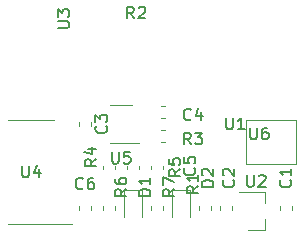
<source format=gto>
%TF.GenerationSoftware,KiCad,Pcbnew,(5.1.6)-1*%
%TF.CreationDate,2020-05-29T23:07:58+02:00*%
%TF.ProjectId,HottTankuhr,486f7474-5461-46e6-9b75-68722e6b6963,rev?*%
%TF.SameCoordinates,Original*%
%TF.FileFunction,Legend,Top*%
%TF.FilePolarity,Positive*%
%FSLAX46Y46*%
G04 Gerber Fmt 4.6, Leading zero omitted, Abs format (unit mm)*
G04 Created by KiCad (PCBNEW (5.1.6)-1) date 2020-05-29 23:07:58*
%MOMM*%
%LPD*%
G01*
G04 APERTURE LIST*
%ADD10C,0.120000*%
%ADD11C,0.150000*%
G04 APERTURE END LIST*
D10*
X162816000Y-105318779D02*
X162816000Y-104993221D01*
X161796000Y-105318779D02*
X161796000Y-104993221D01*
X144778000Y-104993221D02*
X144778000Y-105318779D01*
X145798000Y-104993221D02*
X145798000Y-105318779D01*
X150874000Y-104993221D02*
X150874000Y-105318779D01*
X151894000Y-104993221D02*
X151894000Y-105318779D01*
X147830000Y-105318779D02*
X147830000Y-104993221D01*
X146810000Y-105318779D02*
X146810000Y-104993221D01*
X152681000Y-103671000D02*
X152681000Y-105956000D01*
X154151000Y-103671000D02*
X152681000Y-103671000D01*
X154151000Y-105956000D02*
X154151000Y-103671000D01*
X148617000Y-103671000D02*
X148617000Y-105956000D01*
X150087000Y-103671000D02*
X148617000Y-103671000D01*
X150087000Y-105956000D02*
X150087000Y-103671000D01*
X149862000Y-101889779D02*
X149862000Y-101564221D01*
X148842000Y-101889779D02*
X148842000Y-101564221D01*
X146810000Y-101564221D02*
X146810000Y-101889779D01*
X147830000Y-101564221D02*
X147830000Y-101889779D01*
X151729221Y-99570000D02*
X152054779Y-99570000D01*
X151729221Y-98550000D02*
X152054779Y-98550000D01*
X155958000Y-105318779D02*
X155958000Y-104993221D01*
X154938000Y-105318779D02*
X154938000Y-104993221D01*
X151894000Y-101889779D02*
X151894000Y-101564221D01*
X150874000Y-101889779D02*
X150874000Y-101564221D01*
X151729221Y-97538000D02*
X152054779Y-97538000D01*
X151729221Y-96518000D02*
X152054779Y-96518000D01*
X156716000Y-105318779D02*
X156716000Y-104993221D01*
X157736000Y-105318779D02*
X157736000Y-104993221D01*
X144778000Y-97881221D02*
X144778000Y-98206779D01*
X145798000Y-97881221D02*
X145798000Y-98206779D01*
X158936000Y-97668000D02*
X158936000Y-101468000D01*
X163136000Y-97668000D02*
X158936000Y-97668000D01*
X163136000Y-101468000D02*
X163136000Y-97668000D01*
X158936000Y-101468000D02*
X163136000Y-101468000D01*
X160526000Y-106990000D02*
X159066000Y-106990000D01*
X160526000Y-103830000D02*
X158366000Y-103830000D01*
X160526000Y-103830000D02*
X160526000Y-104760000D01*
X160526000Y-106990000D02*
X160526000Y-106060000D01*
X140716000Y-106543000D02*
X144166000Y-106543000D01*
X140716000Y-106543000D02*
X138766000Y-106543000D01*
X140716000Y-97673000D02*
X142666000Y-97673000D01*
X140716000Y-97673000D02*
X138766000Y-97673000D01*
X147436000Y-99654000D02*
X149886000Y-99654000D01*
X149236000Y-96434000D02*
X147436000Y-96434000D01*
D11*
X159258095Y-98352380D02*
X159258095Y-99161904D01*
X159305714Y-99257142D01*
X159353333Y-99304761D01*
X159448571Y-99352380D01*
X159639047Y-99352380D01*
X159734285Y-99304761D01*
X159781904Y-99257142D01*
X159829523Y-99161904D01*
X159829523Y-98352380D01*
X160734285Y-98352380D02*
X160543809Y-98352380D01*
X160448571Y-98400000D01*
X160400952Y-98447619D01*
X160305714Y-98590476D01*
X160258095Y-98780952D01*
X160258095Y-99161904D01*
X160305714Y-99257142D01*
X160353333Y-99304761D01*
X160448571Y-99352380D01*
X160639047Y-99352380D01*
X160734285Y-99304761D01*
X160781904Y-99257142D01*
X160829523Y-99161904D01*
X160829523Y-98923809D01*
X160781904Y-98828571D01*
X160734285Y-98780952D01*
X160639047Y-98733333D01*
X160448571Y-98733333D01*
X160353333Y-98780952D01*
X160305714Y-98828571D01*
X160258095Y-98923809D01*
X142962380Y-89915904D02*
X143771904Y-89915904D01*
X143867142Y-89868285D01*
X143914761Y-89820666D01*
X143962380Y-89725428D01*
X143962380Y-89534952D01*
X143914761Y-89439714D01*
X143867142Y-89392095D01*
X143771904Y-89344476D01*
X142962380Y-89344476D01*
X142962380Y-88963523D02*
X142962380Y-88344476D01*
X143343333Y-88677809D01*
X143343333Y-88534952D01*
X143390952Y-88439714D01*
X143438571Y-88392095D01*
X143533809Y-88344476D01*
X143771904Y-88344476D01*
X143867142Y-88392095D01*
X143914761Y-88439714D01*
X143962380Y-88534952D01*
X143962380Y-88820666D01*
X143914761Y-88915904D01*
X143867142Y-88963523D01*
X162663142Y-102782666D02*
X162710761Y-102830285D01*
X162758380Y-102973142D01*
X162758380Y-103068380D01*
X162710761Y-103211238D01*
X162615523Y-103306476D01*
X162520285Y-103354095D01*
X162329809Y-103401714D01*
X162186952Y-103401714D01*
X161996476Y-103354095D01*
X161901238Y-103306476D01*
X161806000Y-103211238D01*
X161758380Y-103068380D01*
X161758380Y-102973142D01*
X161806000Y-102830285D01*
X161853619Y-102782666D01*
X162758380Y-101830285D02*
X162758380Y-102401714D01*
X162758380Y-102116000D02*
X161758380Y-102116000D01*
X161901238Y-102211238D01*
X161996476Y-102306476D01*
X162044095Y-102401714D01*
X145121333Y-103481142D02*
X145073714Y-103528761D01*
X144930857Y-103576380D01*
X144835619Y-103576380D01*
X144692761Y-103528761D01*
X144597523Y-103433523D01*
X144549904Y-103338285D01*
X144502285Y-103147809D01*
X144502285Y-103004952D01*
X144549904Y-102814476D01*
X144597523Y-102719238D01*
X144692761Y-102624000D01*
X144835619Y-102576380D01*
X144930857Y-102576380D01*
X145073714Y-102624000D01*
X145121333Y-102671619D01*
X145978476Y-102576380D02*
X145788000Y-102576380D01*
X145692761Y-102624000D01*
X145645142Y-102671619D01*
X145549904Y-102814476D01*
X145502285Y-103004952D01*
X145502285Y-103385904D01*
X145549904Y-103481142D01*
X145597523Y-103528761D01*
X145692761Y-103576380D01*
X145883238Y-103576380D01*
X145978476Y-103528761D01*
X146026095Y-103481142D01*
X146073714Y-103385904D01*
X146073714Y-103147809D01*
X146026095Y-103052571D01*
X145978476Y-103004952D01*
X145883238Y-102957333D01*
X145692761Y-102957333D01*
X145597523Y-103004952D01*
X145549904Y-103052571D01*
X145502285Y-103147809D01*
X149439333Y-89098380D02*
X149106000Y-88622190D01*
X148867904Y-89098380D02*
X148867904Y-88098380D01*
X149248857Y-88098380D01*
X149344095Y-88146000D01*
X149391714Y-88193619D01*
X149439333Y-88288857D01*
X149439333Y-88431714D01*
X149391714Y-88526952D01*
X149344095Y-88574571D01*
X149248857Y-88622190D01*
X148867904Y-88622190D01*
X149820285Y-88193619D02*
X149867904Y-88146000D01*
X149963142Y-88098380D01*
X150201238Y-88098380D01*
X150296476Y-88146000D01*
X150344095Y-88193619D01*
X150391714Y-88288857D01*
X150391714Y-88384095D01*
X150344095Y-88526952D01*
X149772666Y-89098380D01*
X150391714Y-89098380D01*
X152852380Y-103544666D02*
X152376190Y-103878000D01*
X152852380Y-104116095D02*
X151852380Y-104116095D01*
X151852380Y-103735142D01*
X151900000Y-103639904D01*
X151947619Y-103592285D01*
X152042857Y-103544666D01*
X152185714Y-103544666D01*
X152280952Y-103592285D01*
X152328571Y-103639904D01*
X152376190Y-103735142D01*
X152376190Y-104116095D01*
X151852380Y-103211333D02*
X151852380Y-102544666D01*
X152852380Y-102973238D01*
X148788380Y-103544666D02*
X148312190Y-103878000D01*
X148788380Y-104116095D02*
X147788380Y-104116095D01*
X147788380Y-103735142D01*
X147836000Y-103639904D01*
X147883619Y-103592285D01*
X147978857Y-103544666D01*
X148121714Y-103544666D01*
X148216952Y-103592285D01*
X148264571Y-103639904D01*
X148312190Y-103735142D01*
X148312190Y-104116095D01*
X147788380Y-102687523D02*
X147788380Y-102878000D01*
X147836000Y-102973238D01*
X147883619Y-103020857D01*
X148026476Y-103116095D01*
X148216952Y-103163714D01*
X148597904Y-103163714D01*
X148693142Y-103116095D01*
X148740761Y-103068476D01*
X148788380Y-102973238D01*
X148788380Y-102782761D01*
X148740761Y-102687523D01*
X148693142Y-102639904D01*
X148597904Y-102592285D01*
X148359809Y-102592285D01*
X148264571Y-102639904D01*
X148216952Y-102687523D01*
X148169333Y-102782761D01*
X148169333Y-102973238D01*
X148216952Y-103068476D01*
X148264571Y-103116095D01*
X148359809Y-103163714D01*
X156154380Y-103354095D02*
X155154380Y-103354095D01*
X155154380Y-103116000D01*
X155202000Y-102973142D01*
X155297238Y-102877904D01*
X155392476Y-102830285D01*
X155582952Y-102782666D01*
X155725809Y-102782666D01*
X155916285Y-102830285D01*
X156011523Y-102877904D01*
X156106761Y-102973142D01*
X156154380Y-103116000D01*
X156154380Y-103354095D01*
X155249619Y-102401714D02*
X155202000Y-102354095D01*
X155154380Y-102258857D01*
X155154380Y-102020761D01*
X155202000Y-101925523D01*
X155249619Y-101877904D01*
X155344857Y-101830285D01*
X155440095Y-101830285D01*
X155582952Y-101877904D01*
X156154380Y-102449333D01*
X156154380Y-101830285D01*
X150820380Y-104116095D02*
X149820380Y-104116095D01*
X149820380Y-103878000D01*
X149868000Y-103735142D01*
X149963238Y-103639904D01*
X150058476Y-103592285D01*
X150248952Y-103544666D01*
X150391809Y-103544666D01*
X150582285Y-103592285D01*
X150677523Y-103639904D01*
X150772761Y-103735142D01*
X150820380Y-103878000D01*
X150820380Y-104116095D01*
X150820380Y-102592285D02*
X150820380Y-103163714D01*
X150820380Y-102878000D02*
X149820380Y-102878000D01*
X149963238Y-102973238D01*
X150058476Y-103068476D01*
X150106095Y-103163714D01*
X153360380Y-101893666D02*
X152884190Y-102227000D01*
X153360380Y-102465095D02*
X152360380Y-102465095D01*
X152360380Y-102084142D01*
X152408000Y-101988904D01*
X152455619Y-101941285D01*
X152550857Y-101893666D01*
X152693714Y-101893666D01*
X152788952Y-101941285D01*
X152836571Y-101988904D01*
X152884190Y-102084142D01*
X152884190Y-102465095D01*
X152360380Y-100988904D02*
X152360380Y-101465095D01*
X152836571Y-101512714D01*
X152788952Y-101465095D01*
X152741333Y-101369857D01*
X152741333Y-101131761D01*
X152788952Y-101036523D01*
X152836571Y-100988904D01*
X152931809Y-100941285D01*
X153169904Y-100941285D01*
X153265142Y-100988904D01*
X153312761Y-101036523D01*
X153360380Y-101131761D01*
X153360380Y-101369857D01*
X153312761Y-101465095D01*
X153265142Y-101512714D01*
X146248380Y-101004666D02*
X145772190Y-101338000D01*
X146248380Y-101576095D02*
X145248380Y-101576095D01*
X145248380Y-101195142D01*
X145296000Y-101099904D01*
X145343619Y-101052285D01*
X145438857Y-101004666D01*
X145581714Y-101004666D01*
X145676952Y-101052285D01*
X145724571Y-101099904D01*
X145772190Y-101195142D01*
X145772190Y-101576095D01*
X145581714Y-100147523D02*
X146248380Y-100147523D01*
X145200761Y-100385619D02*
X145915047Y-100623714D01*
X145915047Y-100004666D01*
X154265333Y-99766380D02*
X153932000Y-99290190D01*
X153693904Y-99766380D02*
X153693904Y-98766380D01*
X154074857Y-98766380D01*
X154170095Y-98814000D01*
X154217714Y-98861619D01*
X154265333Y-98956857D01*
X154265333Y-99099714D01*
X154217714Y-99194952D01*
X154170095Y-99242571D01*
X154074857Y-99290190D01*
X153693904Y-99290190D01*
X154598666Y-98766380D02*
X155217714Y-98766380D01*
X154884380Y-99147333D01*
X155027238Y-99147333D01*
X155122476Y-99194952D01*
X155170095Y-99242571D01*
X155217714Y-99337809D01*
X155217714Y-99575904D01*
X155170095Y-99671142D01*
X155122476Y-99718761D01*
X155027238Y-99766380D01*
X154741523Y-99766380D01*
X154646285Y-99718761D01*
X154598666Y-99671142D01*
X154884380Y-103290666D02*
X154408190Y-103624000D01*
X154884380Y-103862095D02*
X153884380Y-103862095D01*
X153884380Y-103481142D01*
X153932000Y-103385904D01*
X153979619Y-103338285D01*
X154074857Y-103290666D01*
X154217714Y-103290666D01*
X154312952Y-103338285D01*
X154360571Y-103385904D01*
X154408190Y-103481142D01*
X154408190Y-103862095D01*
X154884380Y-102338285D02*
X154884380Y-102909714D01*
X154884380Y-102624000D02*
X153884380Y-102624000D01*
X154027238Y-102719238D01*
X154122476Y-102814476D01*
X154170095Y-102909714D01*
X154535142Y-101766666D02*
X154582761Y-101814285D01*
X154630380Y-101957142D01*
X154630380Y-102052380D01*
X154582761Y-102195238D01*
X154487523Y-102290476D01*
X154392285Y-102338095D01*
X154201809Y-102385714D01*
X154058952Y-102385714D01*
X153868476Y-102338095D01*
X153773238Y-102290476D01*
X153678000Y-102195238D01*
X153630380Y-102052380D01*
X153630380Y-101957142D01*
X153678000Y-101814285D01*
X153725619Y-101766666D01*
X153630380Y-100861904D02*
X153630380Y-101338095D01*
X154106571Y-101385714D01*
X154058952Y-101338095D01*
X154011333Y-101242857D01*
X154011333Y-101004761D01*
X154058952Y-100909523D01*
X154106571Y-100861904D01*
X154201809Y-100814285D01*
X154439904Y-100814285D01*
X154535142Y-100861904D01*
X154582761Y-100909523D01*
X154630380Y-101004761D01*
X154630380Y-101242857D01*
X154582761Y-101338095D01*
X154535142Y-101385714D01*
X154265333Y-97639142D02*
X154217714Y-97686761D01*
X154074857Y-97734380D01*
X153979619Y-97734380D01*
X153836761Y-97686761D01*
X153741523Y-97591523D01*
X153693904Y-97496285D01*
X153646285Y-97305809D01*
X153646285Y-97162952D01*
X153693904Y-96972476D01*
X153741523Y-96877238D01*
X153836761Y-96782000D01*
X153979619Y-96734380D01*
X154074857Y-96734380D01*
X154217714Y-96782000D01*
X154265333Y-96829619D01*
X155122476Y-97067714D02*
X155122476Y-97734380D01*
X154884380Y-96686761D02*
X154646285Y-97401047D01*
X155265333Y-97401047D01*
X157837142Y-102782666D02*
X157884761Y-102830285D01*
X157932380Y-102973142D01*
X157932380Y-103068380D01*
X157884761Y-103211238D01*
X157789523Y-103306476D01*
X157694285Y-103354095D01*
X157503809Y-103401714D01*
X157360952Y-103401714D01*
X157170476Y-103354095D01*
X157075238Y-103306476D01*
X156980000Y-103211238D01*
X156932380Y-103068380D01*
X156932380Y-102973142D01*
X156980000Y-102830285D01*
X157027619Y-102782666D01*
X157027619Y-102401714D02*
X156980000Y-102354095D01*
X156932380Y-102258857D01*
X156932380Y-102020761D01*
X156980000Y-101925523D01*
X157027619Y-101877904D01*
X157122857Y-101830285D01*
X157218095Y-101830285D01*
X157360952Y-101877904D01*
X157932380Y-102449333D01*
X157932380Y-101830285D01*
X147075142Y-98210666D02*
X147122761Y-98258285D01*
X147170380Y-98401142D01*
X147170380Y-98496380D01*
X147122761Y-98639238D01*
X147027523Y-98734476D01*
X146932285Y-98782095D01*
X146741809Y-98829714D01*
X146598952Y-98829714D01*
X146408476Y-98782095D01*
X146313238Y-98734476D01*
X146218000Y-98639238D01*
X146170380Y-98496380D01*
X146170380Y-98401142D01*
X146218000Y-98258285D01*
X146265619Y-98210666D01*
X146170380Y-97877333D02*
X146170380Y-97258285D01*
X146551333Y-97591619D01*
X146551333Y-97448761D01*
X146598952Y-97353523D01*
X146646571Y-97305904D01*
X146741809Y-97258285D01*
X146979904Y-97258285D01*
X147075142Y-97305904D01*
X147122761Y-97353523D01*
X147170380Y-97448761D01*
X147170380Y-97734476D01*
X147122761Y-97829714D01*
X147075142Y-97877333D01*
X157226095Y-97496380D02*
X157226095Y-98305904D01*
X157273714Y-98401142D01*
X157321333Y-98448761D01*
X157416571Y-98496380D01*
X157607047Y-98496380D01*
X157702285Y-98448761D01*
X157749904Y-98401142D01*
X157797523Y-98305904D01*
X157797523Y-97496380D01*
X158797523Y-98496380D02*
X158226095Y-98496380D01*
X158511809Y-98496380D02*
X158511809Y-97496380D01*
X158416571Y-97639238D01*
X158321333Y-97734476D01*
X158226095Y-97782095D01*
X159004095Y-102362380D02*
X159004095Y-103171904D01*
X159051714Y-103267142D01*
X159099333Y-103314761D01*
X159194571Y-103362380D01*
X159385047Y-103362380D01*
X159480285Y-103314761D01*
X159527904Y-103267142D01*
X159575523Y-103171904D01*
X159575523Y-102362380D01*
X160004095Y-102457619D02*
X160051714Y-102410000D01*
X160146952Y-102362380D01*
X160385047Y-102362380D01*
X160480285Y-102410000D01*
X160527904Y-102457619D01*
X160575523Y-102552857D01*
X160575523Y-102648095D01*
X160527904Y-102790952D01*
X159956476Y-103362380D01*
X160575523Y-103362380D01*
X139954095Y-101560380D02*
X139954095Y-102369904D01*
X140001714Y-102465142D01*
X140049333Y-102512761D01*
X140144571Y-102560380D01*
X140335047Y-102560380D01*
X140430285Y-102512761D01*
X140477904Y-102465142D01*
X140525523Y-102369904D01*
X140525523Y-101560380D01*
X141430285Y-101893714D02*
X141430285Y-102560380D01*
X141192190Y-101512761D02*
X140954095Y-102227047D01*
X141573142Y-102227047D01*
X147574095Y-100396380D02*
X147574095Y-101205904D01*
X147621714Y-101301142D01*
X147669333Y-101348761D01*
X147764571Y-101396380D01*
X147955047Y-101396380D01*
X148050285Y-101348761D01*
X148097904Y-101301142D01*
X148145523Y-101205904D01*
X148145523Y-100396380D01*
X149097904Y-100396380D02*
X148621714Y-100396380D01*
X148574095Y-100872571D01*
X148621714Y-100824952D01*
X148716952Y-100777333D01*
X148955047Y-100777333D01*
X149050285Y-100824952D01*
X149097904Y-100872571D01*
X149145523Y-100967809D01*
X149145523Y-101205904D01*
X149097904Y-101301142D01*
X149050285Y-101348761D01*
X148955047Y-101396380D01*
X148716952Y-101396380D01*
X148621714Y-101348761D01*
X148574095Y-101301142D01*
M02*

</source>
